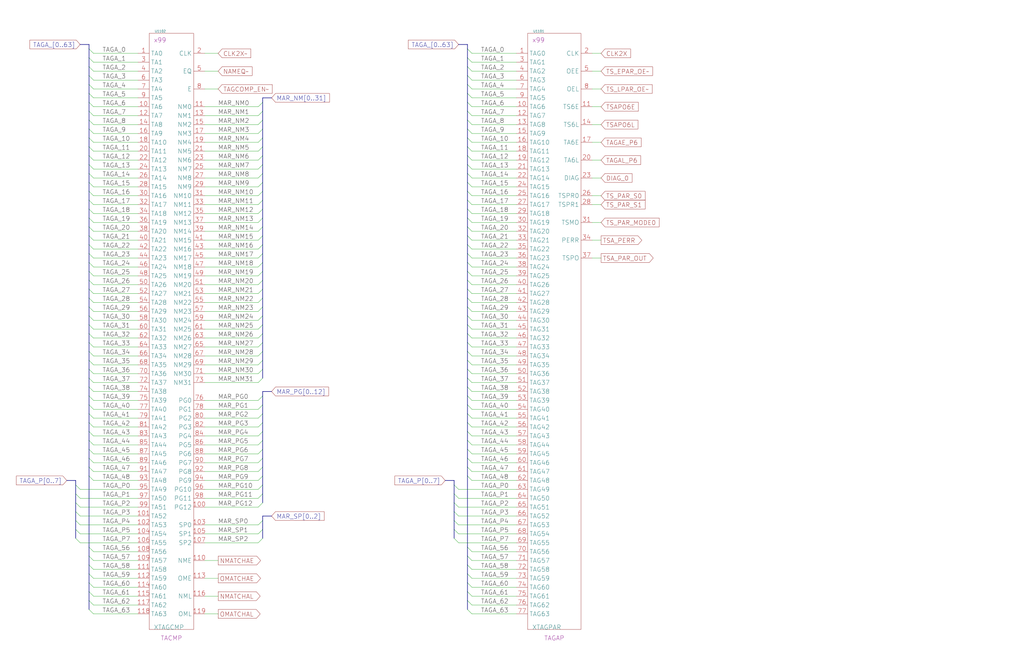
<source format=kicad_sch>
(kicad_sch (version 20230121) (generator eeschema)
  (paper "User" 584.2 378.46)
  (title_block (title "TAGACOMP\\nPARITY") (date "08-MAR-90") (rev "0.0") (comment 1 "MEM32 BOARD") (comment 2 "232-003066") (comment 3 "S400") (comment 4 "RELEASED"))
  (bus_entry (at 149.86 170.18) (size -2.54 2.54))
  (bus_entry (at 266.7 129.54) (size 2.54 2.54))
  (bus_entry (at 259.08 302.26) (size 2.54 2.54))
  (bus_entry (at 266.7 332.74) (size 2.54 2.54))
  (bus_entry (at 266.7 205.74) (size 2.54 2.54))
  (bus_entry (at 266.7 88.9) (size 2.54 2.54))
  (bus_entry (at 149.86 119.38) (size -2.54 2.54))
  (bus_entry (at 149.86 78.74) (size -2.54 2.54))
  (bus_entry (at 149.86 297.18) (size -2.54 2.54))
  (bus_entry (at 266.7 43.18) (size 2.54 2.54))
  (bus_entry (at 43.18 281.94) (size 2.54 2.54))
  (bus_entry (at 266.7 200.66) (size 2.54 2.54))
  (bus_entry (at 266.7 114.3) (size 2.54 2.54))
  (bus_entry (at 149.86 251.46) (size -2.54 2.54))
  (bus_entry (at 149.86 215.9) (size -2.54 2.54))
  (bus_entry (at 50.8 149.86) (size 2.54 2.54))
  (bus_entry (at 50.8 134.62) (size 2.54 2.54))
  (bus_entry (at 50.8 27.94) (size 2.54 2.54))
  (bus_entry (at 149.86 281.94) (size -2.54 2.54))
  (bus_entry (at 259.08 307.34) (size 2.54 2.54))
  (bus_entry (at 266.7 271.78) (size 2.54 2.54))
  (bus_entry (at 149.86 58.42) (size -2.54 2.54))
  (bus_entry (at 266.7 48.26) (size 2.54 2.54))
  (bus_entry (at 149.86 134.62) (size -2.54 2.54))
  (bus_entry (at 266.7 165.1) (size 2.54 2.54))
  (bus_entry (at 149.86 241.3) (size -2.54 2.54))
  (bus_entry (at 149.86 83.82) (size -2.54 2.54))
  (bus_entry (at 50.8 43.18) (size 2.54 2.54))
  (bus_entry (at 149.86 165.1) (size -2.54 2.54))
  (bus_entry (at 50.8 53.34) (size 2.54 2.54))
  (bus_entry (at 50.8 261.62) (size 2.54 2.54))
  (bus_entry (at 50.8 317.5) (size 2.54 2.54))
  (bus_entry (at 50.8 312.42) (size 2.54 2.54))
  (bus_entry (at 266.7 38.1) (size 2.54 2.54))
  (bus_entry (at 50.8 200.66) (size 2.54 2.54))
  (bus_entry (at 149.86 68.58) (size -2.54 2.54))
  (bus_entry (at 149.86 99.06) (size -2.54 2.54))
  (bus_entry (at 149.86 154.94) (size -2.54 2.54))
  (bus_entry (at 266.7 342.9) (size 2.54 2.54))
  (bus_entry (at 266.7 119.38) (size 2.54 2.54))
  (bus_entry (at 50.8 83.82) (size 2.54 2.54))
  (bus_entry (at 149.86 88.9) (size -2.54 2.54))
  (bus_entry (at 50.8 185.42) (size 2.54 2.54))
  (bus_entry (at 50.8 322.58) (size 2.54 2.54))
  (bus_entry (at 266.7 261.62) (size 2.54 2.54))
  (bus_entry (at 50.8 165.1) (size 2.54 2.54))
  (bus_entry (at 266.7 256.54) (size 2.54 2.54))
  (bus_entry (at 50.8 180.34) (size 2.54 2.54))
  (bus_entry (at 50.8 215.9) (size 2.54 2.54))
  (bus_entry (at 266.7 180.34) (size 2.54 2.54))
  (bus_entry (at 43.18 287.02) (size 2.54 2.54))
  (bus_entry (at 149.86 73.66) (size -2.54 2.54))
  (bus_entry (at 266.7 73.66) (size 2.54 2.54))
  (bus_entry (at 149.86 205.74) (size -2.54 2.54))
  (bus_entry (at 266.7 149.86) (size 2.54 2.54))
  (bus_entry (at 50.8 246.38) (size 2.54 2.54))
  (bus_entry (at 266.7 175.26) (size 2.54 2.54))
  (bus_entry (at 50.8 205.74) (size 2.54 2.54))
  (bus_entry (at 50.8 154.94) (size 2.54 2.54))
  (bus_entry (at 50.8 88.9) (size 2.54 2.54))
  (bus_entry (at 50.8 38.1) (size 2.54 2.54))
  (bus_entry (at 266.7 27.94) (size 2.54 2.54))
  (bus_entry (at 149.86 231.14) (size -2.54 2.54))
  (bus_entry (at 149.86 104.14) (size -2.54 2.54))
  (bus_entry (at 149.86 180.34) (size -2.54 2.54))
  (bus_entry (at 149.86 124.46) (size -2.54 2.54))
  (bus_entry (at 50.8 256.54) (size 2.54 2.54))
  (bus_entry (at 149.86 271.78) (size -2.54 2.54))
  (bus_entry (at 266.7 226.06) (size 2.54 2.54))
  (bus_entry (at 266.7 215.9) (size 2.54 2.54))
  (bus_entry (at 149.86 109.22) (size -2.54 2.54))
  (bus_entry (at 266.7 220.98) (size 2.54 2.54))
  (bus_entry (at 266.7 312.42) (size 2.54 2.54))
  (bus_entry (at 50.8 73.66) (size 2.54 2.54))
  (bus_entry (at 50.8 226.06) (size 2.54 2.54))
  (bus_entry (at 259.08 292.1) (size 2.54 2.54))
  (bus_entry (at 149.86 190.5) (size -2.54 2.54))
  (bus_entry (at 149.86 226.06) (size -2.54 2.54))
  (bus_entry (at 149.86 144.78) (size -2.54 2.54))
  (bus_entry (at 266.7 246.38) (size 2.54 2.54))
  (bus_entry (at 50.8 114.3) (size 2.54 2.54))
  (bus_entry (at 149.86 114.3) (size -2.54 2.54))
  (bus_entry (at 50.8 220.98) (size 2.54 2.54))
  (bus_entry (at 266.7 63.5) (size 2.54 2.54))
  (bus_entry (at 50.8 33.02) (size 2.54 2.54))
  (bus_entry (at 43.18 307.34) (size 2.54 2.54))
  (bus_entry (at 50.8 170.18) (size 2.54 2.54))
  (bus_entry (at 149.86 287.02) (size -2.54 2.54))
  (bus_entry (at 149.86 266.7) (size -2.54 2.54))
  (bus_entry (at 266.7 78.74) (size 2.54 2.54))
  (bus_entry (at 50.8 347.98) (size 2.54 2.54))
  (bus_entry (at 50.8 160.02) (size 2.54 2.54))
  (bus_entry (at 149.86 93.98) (size -2.54 2.54))
  (bus_entry (at 50.8 63.5) (size 2.54 2.54))
  (bus_entry (at 266.7 99.06) (size 2.54 2.54))
  (bus_entry (at 266.7 190.5) (size 2.54 2.54))
  (bus_entry (at 149.86 129.54) (size -2.54 2.54))
  (bus_entry (at 50.8 58.42) (size 2.54 2.54))
  (bus_entry (at 50.8 119.38) (size 2.54 2.54))
  (bus_entry (at 266.7 210.82) (size 2.54 2.54))
  (bus_entry (at 266.7 83.82) (size 2.54 2.54))
  (bus_entry (at 149.86 160.02) (size -2.54 2.54))
  (bus_entry (at 43.18 292.1) (size 2.54 2.54))
  (bus_entry (at 149.86 261.62) (size -2.54 2.54))
  (bus_entry (at 50.8 139.7) (size 2.54 2.54))
  (bus_entry (at 50.8 342.9) (size 2.54 2.54))
  (bus_entry (at 259.08 276.86) (size 2.54 2.54))
  (bus_entry (at 50.8 175.26) (size 2.54 2.54))
  (bus_entry (at 149.86 236.22) (size -2.54 2.54))
  (bus_entry (at 50.8 99.06) (size 2.54 2.54))
  (bus_entry (at 266.7 134.62) (size 2.54 2.54))
  (bus_entry (at 266.7 251.46) (size 2.54 2.54))
  (bus_entry (at 266.7 322.58) (size 2.54 2.54))
  (bus_entry (at 266.7 266.7) (size 2.54 2.54))
  (bus_entry (at 266.7 185.42) (size 2.54 2.54))
  (bus_entry (at 266.7 154.94) (size 2.54 2.54))
  (bus_entry (at 50.8 68.58) (size 2.54 2.54))
  (bus_entry (at 149.86 63.5) (size -2.54 2.54))
  (bus_entry (at 266.7 93.98) (size 2.54 2.54))
  (bus_entry (at 266.7 170.18) (size 2.54 2.54))
  (bus_entry (at 149.86 307.34) (size -2.54 2.54))
  (bus_entry (at 50.8 251.46) (size 2.54 2.54))
  (bus_entry (at 50.8 109.22) (size 2.54 2.54))
  (bus_entry (at 50.8 124.46) (size 2.54 2.54))
  (bus_entry (at 266.7 104.14) (size 2.54 2.54))
  (bus_entry (at 259.08 297.18) (size 2.54 2.54))
  (bus_entry (at 149.86 302.26) (size -2.54 2.54))
  (bus_entry (at 259.08 281.94) (size 2.54 2.54))
  (bus_entry (at 266.7 144.78) (size 2.54 2.54))
  (bus_entry (at 266.7 241.3) (size 2.54 2.54))
  (bus_entry (at 50.8 271.78) (size 2.54 2.54))
  (bus_entry (at 266.7 327.66) (size 2.54 2.54))
  (bus_entry (at 149.86 195.58) (size -2.54 2.54))
  (bus_entry (at 149.86 200.66) (size -2.54 2.54))
  (bus_entry (at 266.7 317.5) (size 2.54 2.54))
  (bus_entry (at 50.8 48.26) (size 2.54 2.54))
  (bus_entry (at 50.8 210.82) (size 2.54 2.54))
  (bus_entry (at 43.18 302.26) (size 2.54 2.54))
  (bus_entry (at 266.7 337.82) (size 2.54 2.54))
  (bus_entry (at 149.86 256.54) (size -2.54 2.54))
  (bus_entry (at 50.8 104.14) (size 2.54 2.54))
  (bus_entry (at 266.7 195.58) (size 2.54 2.54))
  (bus_entry (at 50.8 78.74) (size 2.54 2.54))
  (bus_entry (at 50.8 241.3) (size 2.54 2.54))
  (bus_entry (at 149.86 276.86) (size -2.54 2.54))
  (bus_entry (at 149.86 246.38) (size -2.54 2.54))
  (bus_entry (at 43.18 276.86) (size 2.54 2.54))
  (bus_entry (at 266.7 124.46) (size 2.54 2.54))
  (bus_entry (at 50.8 327.66) (size 2.54 2.54))
  (bus_entry (at 266.7 347.98) (size 2.54 2.54))
  (bus_entry (at 259.08 287.02) (size 2.54 2.54))
  (bus_entry (at 50.8 266.7) (size 2.54 2.54))
  (bus_entry (at 149.86 149.86) (size -2.54 2.54))
  (bus_entry (at 43.18 297.18) (size 2.54 2.54))
  (bus_entry (at 266.7 236.22) (size 2.54 2.54))
  (bus_entry (at 50.8 93.98) (size 2.54 2.54))
  (bus_entry (at 50.8 190.5) (size 2.54 2.54))
  (bus_entry (at 50.8 144.78) (size 2.54 2.54))
  (bus_entry (at 266.7 58.42) (size 2.54 2.54))
  (bus_entry (at 266.7 231.14) (size 2.54 2.54))
  (bus_entry (at 149.86 185.42) (size -2.54 2.54))
  (bus_entry (at 266.7 33.02) (size 2.54 2.54))
  (bus_entry (at 50.8 337.82) (size 2.54 2.54))
  (bus_entry (at 266.7 109.22) (size 2.54 2.54))
  (bus_entry (at 149.86 139.7) (size -2.54 2.54))
  (bus_entry (at 50.8 195.58) (size 2.54 2.54))
  (bus_entry (at 50.8 129.54) (size 2.54 2.54))
  (bus_entry (at 266.7 160.02) (size 2.54 2.54))
  (bus_entry (at 50.8 332.74) (size 2.54 2.54))
  (bus_entry (at 266.7 139.7) (size 2.54 2.54))
  (bus_entry (at 149.86 210.82) (size -2.54 2.54))
  (bus_entry (at 149.86 175.26) (size -2.54 2.54))
  (bus_entry (at 50.8 231.14) (size 2.54 2.54))
  (bus_entry (at 266.7 53.34) (size 2.54 2.54))
  (bus_entry (at 50.8 236.22) (size 2.54 2.54))
  (bus_entry (at 266.7 68.58) (size 2.54 2.54))
  (bus (pts (xy 266.7 63.5) (xy 266.7 58.42)))
  (wire (pts (xy 261.62 304.8) (xy 294.64 304.8)))
  (wire (pts (xy 53.34 81.28) (xy 78.74 81.28)))
  (wire (pts (xy 53.34 45.72) (xy 78.74 45.72)))
  (wire (pts (xy 147.32 147.32) (xy 116.84 147.32)))
  (wire (pts (xy 53.34 162.56) (xy 78.74 162.56)))
  (bus (pts (xy 149.86 58.42) (xy 149.86 63.5)))
  (bus (pts (xy 50.8 43.18) (xy 50.8 38.1)))
  (wire (pts (xy 147.32 218.44) (xy 116.84 218.44)))
  (wire (pts (xy 147.32 162.56) (xy 116.84 162.56)))
  (bus (pts (xy 50.8 175.26) (xy 50.8 170.18)))
  (wire (pts (xy 53.34 274.32) (xy 78.74 274.32)))
  (wire (pts (xy 53.34 157.48) (xy 78.74 157.48)))
  (wire (pts (xy 53.34 137.16) (xy 78.74 137.16)))
  (bus (pts (xy 266.7 134.62) (xy 266.7 129.54)))
  (wire (pts (xy 53.34 60.96) (xy 78.74 60.96)))
  (bus (pts (xy 266.7 215.9) (xy 266.7 210.82)))
  (wire (pts (xy 269.24 121.92) (xy 294.64 121.92)))
  (bus (pts (xy 50.8 83.82) (xy 50.8 78.74)))
  (wire (pts (xy 147.32 127) (xy 116.84 127)))
  (wire (pts (xy 269.24 223.52) (xy 294.64 223.52)))
  (wire (pts (xy 269.24 71.12) (xy 294.64 71.12)))
  (bus (pts (xy 266.7 220.98) (xy 266.7 215.9)))
  (wire (pts (xy 53.34 177.8) (xy 78.74 177.8)))
  (bus (pts (xy 266.7 342.9) (xy 266.7 337.82)))
  (wire (pts (xy 147.32 132.08) (xy 116.84 132.08)))
  (bus (pts (xy 50.8 68.58) (xy 50.8 63.5)))
  (wire (pts (xy 337.82 50.8) (xy 342.9 50.8)))
  (bus (pts (xy 266.7 43.18) (xy 266.7 38.1)))
  (bus (pts (xy 149.86 99.06) (xy 149.86 104.14)))
  (wire (pts (xy 53.34 167.64) (xy 78.74 167.64)))
  (wire (pts (xy 147.32 71.12) (xy 116.84 71.12)))
  (wire (pts (xy 45.72 309.88) (xy 78.74 309.88)))
  (wire (pts (xy 269.24 330.2) (xy 294.64 330.2)))
  (wire (pts (xy 269.24 132.08) (xy 294.64 132.08)))
  (bus (pts (xy 266.7 261.62) (xy 266.7 256.54)))
  (wire (pts (xy 45.72 294.64) (xy 78.74 294.64)))
  (bus (pts (xy 149.86 241.3) (xy 149.86 246.38)))
  (wire (pts (xy 53.34 86.36) (xy 78.74 86.36)))
  (bus (pts (xy 50.8 322.58) (xy 50.8 317.5)))
  (bus (pts (xy 50.8 246.38) (xy 50.8 241.3)))
  (bus (pts (xy 266.7 231.14) (xy 266.7 226.06)))
  (bus (pts (xy 149.86 231.14) (xy 149.86 236.22)))
  (wire (pts (xy 45.72 304.8) (xy 78.74 304.8)))
  (bus (pts (xy 50.8 266.7) (xy 50.8 261.62)))
  (bus (pts (xy 154.94 55.88) (xy 149.86 55.88)))
  (wire (pts (xy 269.24 96.52) (xy 294.64 96.52)))
  (wire (pts (xy 116.84 340.36) (xy 124.46 340.36)))
  (wire (pts (xy 147.32 233.68) (xy 116.84 233.68)))
  (wire (pts (xy 53.34 330.2) (xy 78.74 330.2)))
  (bus (pts (xy 261.62 25.4) (xy 266.7 25.4)))
  (wire (pts (xy 53.34 259.08) (xy 78.74 259.08)))
  (wire (pts (xy 269.24 137.16) (xy 294.64 137.16)))
  (bus (pts (xy 149.86 302.26) (xy 149.86 307.34)))
  (wire (pts (xy 53.34 228.6) (xy 78.74 228.6)))
  (wire (pts (xy 269.24 218.44) (xy 294.64 218.44)))
  (wire (pts (xy 269.24 30.48) (xy 294.64 30.48)))
  (bus (pts (xy 266.7 165.1) (xy 266.7 160.02)))
  (wire (pts (xy 269.24 198.12) (xy 294.64 198.12)))
  (wire (pts (xy 147.32 96.52) (xy 116.84 96.52)))
  (bus (pts (xy 50.8 261.62) (xy 50.8 256.54)))
  (wire (pts (xy 337.82 111.76) (xy 342.9 111.76)))
  (wire (pts (xy 53.34 55.88) (xy 78.74 55.88)))
  (wire (pts (xy 337.82 127) (xy 342.9 127)))
  (wire (pts (xy 147.32 111.76) (xy 116.84 111.76)))
  (wire (pts (xy 147.32 177.8) (xy 116.84 177.8)))
  (wire (pts (xy 53.34 116.84) (xy 78.74 116.84)))
  (bus (pts (xy 50.8 88.9) (xy 50.8 83.82)))
  (bus (pts (xy 50.8 144.78) (xy 50.8 139.7)))
  (bus (pts (xy 266.7 312.42) (xy 266.7 271.78)))
  (wire (pts (xy 269.24 233.68) (xy 294.64 233.68)))
  (bus (pts (xy 266.7 347.98) (xy 266.7 342.9)))
  (wire (pts (xy 53.34 106.68) (xy 78.74 106.68)))
  (wire (pts (xy 269.24 345.44) (xy 294.64 345.44)))
  (wire (pts (xy 53.34 121.92) (xy 78.74 121.92)))
  (bus (pts (xy 149.86 119.38) (xy 149.86 124.46)))
  (wire (pts (xy 53.34 325.12) (xy 78.74 325.12)))
  (bus (pts (xy 50.8 93.98) (xy 50.8 88.9)))
  (bus (pts (xy 149.86 190.5) (xy 149.86 195.58)))
  (bus (pts (xy 50.8 220.98) (xy 50.8 215.9)))
  (bus (pts (xy 50.8 129.54) (xy 50.8 124.46)))
  (wire (pts (xy 53.34 203.2) (xy 78.74 203.2)))
  (wire (pts (xy 53.34 340.36) (xy 78.74 340.36)))
  (wire (pts (xy 269.24 264.16) (xy 294.64 264.16)))
  (wire (pts (xy 269.24 162.56) (xy 294.64 162.56)))
  (wire (pts (xy 116.84 40.64) (xy 124.46 40.64)))
  (bus (pts (xy 266.7 180.34) (xy 266.7 175.26)))
  (wire (pts (xy 147.32 137.16) (xy 116.84 137.16)))
  (wire (pts (xy 53.34 254) (xy 78.74 254)))
  (bus (pts (xy 266.7 109.22) (xy 266.7 104.14)))
  (wire (pts (xy 147.32 279.4) (xy 116.84 279.4)))
  (wire (pts (xy 53.34 96.52) (xy 78.74 96.52)))
  (wire (pts (xy 261.62 294.64) (xy 294.64 294.64)))
  (wire (pts (xy 269.24 101.6) (xy 294.64 101.6)))
  (wire (pts (xy 337.82 71.12) (xy 342.9 71.12)))
  (wire (pts (xy 269.24 66.04) (xy 294.64 66.04)))
  (wire (pts (xy 53.34 248.92) (xy 78.74 248.92)))
  (bus (pts (xy 149.86 195.58) (xy 149.86 200.66)))
  (bus (pts (xy 43.18 292.1) (xy 43.18 287.02)))
  (bus (pts (xy 149.86 93.98) (xy 149.86 99.06)))
  (wire (pts (xy 337.82 91.44) (xy 342.9 91.44)))
  (wire (pts (xy 53.34 66.04) (xy 78.74 66.04)))
  (wire (pts (xy 53.34 182.88) (xy 78.74 182.88)))
  (bus (pts (xy 149.86 294.64) (xy 149.86 297.18)))
  (bus (pts (xy 266.7 139.7) (xy 266.7 134.62)))
  (bus (pts (xy 266.7 251.46) (xy 266.7 246.38)))
  (wire (pts (xy 147.32 304.8) (xy 116.84 304.8)))
  (wire (pts (xy 337.82 116.84) (xy 342.9 116.84)))
  (wire (pts (xy 269.24 60.96) (xy 294.64 60.96)))
  (wire (pts (xy 116.84 30.48) (xy 124.46 30.48)))
  (bus (pts (xy 50.8 124.46) (xy 50.8 119.38)))
  (bus (pts (xy 50.8 114.3) (xy 50.8 109.22)))
  (bus (pts (xy 266.7 68.58) (xy 266.7 63.5)))
  (bus (pts (xy 50.8 271.78) (xy 50.8 266.7)))
  (wire (pts (xy 147.32 274.32) (xy 116.84 274.32)))
  (bus (pts (xy 149.86 170.18) (xy 149.86 175.26)))
  (wire (pts (xy 147.32 243.84) (xy 116.84 243.84)))
  (wire (pts (xy 53.34 152.4) (xy 78.74 152.4)))
  (bus (pts (xy 266.7 317.5) (xy 266.7 312.42)))
  (wire (pts (xy 53.34 142.24) (xy 78.74 142.24)))
  (wire (pts (xy 147.32 259.08) (xy 116.84 259.08)))
  (wire (pts (xy 269.24 86.36) (xy 294.64 86.36)))
  (wire (pts (xy 269.24 152.4) (xy 294.64 152.4)))
  (wire (pts (xy 269.24 147.32) (xy 294.64 147.32)))
  (bus (pts (xy 266.7 226.06) (xy 266.7 220.98)))
  (bus (pts (xy 149.86 226.06) (xy 149.86 231.14)))
  (wire (pts (xy 269.24 81.28) (xy 294.64 81.28)))
  (wire (pts (xy 53.34 345.44) (xy 78.74 345.44)))
  (wire (pts (xy 116.84 350.52) (xy 124.46 350.52)))
  (wire (pts (xy 53.34 218.44) (xy 78.74 218.44)))
  (wire (pts (xy 269.24 45.72) (xy 294.64 45.72)))
  (wire (pts (xy 53.34 223.52) (xy 78.74 223.52)))
  (wire (pts (xy 53.34 350.52) (xy 78.74 350.52)))
  (wire (pts (xy 53.34 233.68) (xy 78.74 233.68)))
  (bus (pts (xy 149.86 276.86) (xy 149.86 281.94)))
  (wire (pts (xy 269.24 254) (xy 294.64 254)))
  (wire (pts (xy 337.82 101.6) (xy 342.9 101.6)))
  (bus (pts (xy 149.86 281.94) (xy 149.86 287.02)))
  (bus (pts (xy 149.86 261.62) (xy 149.86 266.7)))
  (bus (pts (xy 266.7 337.82) (xy 266.7 332.74)))
  (bus (pts (xy 50.8 205.74) (xy 50.8 200.66)))
  (wire (pts (xy 147.32 228.6) (xy 116.84 228.6)))
  (bus (pts (xy 149.86 266.7) (xy 149.86 271.78)))
  (bus (pts (xy 266.7 114.3) (xy 266.7 109.22)))
  (bus (pts (xy 50.8 327.66) (xy 50.8 322.58)))
  (wire (pts (xy 147.32 309.88) (xy 116.84 309.88)))
  (bus (pts (xy 149.86 144.78) (xy 149.86 149.86)))
  (wire (pts (xy 269.24 325.12) (xy 294.64 325.12)))
  (bus (pts (xy 266.7 256.54) (xy 266.7 251.46)))
  (wire (pts (xy 269.24 320.04) (xy 294.64 320.04)))
  (bus (pts (xy 149.86 139.7) (xy 149.86 144.78)))
  (wire (pts (xy 53.34 208.28) (xy 78.74 208.28)))
  (bus (pts (xy 50.8 251.46) (xy 50.8 246.38)))
  (wire (pts (xy 147.32 248.92) (xy 116.84 248.92)))
  (wire (pts (xy 147.32 238.76) (xy 116.84 238.76)))
  (bus (pts (xy 50.8 200.66) (xy 50.8 195.58)))
  (bus (pts (xy 266.7 246.38) (xy 266.7 241.3)))
  (wire (pts (xy 269.24 50.8) (xy 294.64 50.8)))
  (wire (pts (xy 269.24 259.08) (xy 294.64 259.08)))
  (bus (pts (xy 149.86 236.22) (xy 149.86 241.3)))
  (wire (pts (xy 269.24 40.64) (xy 294.64 40.64)))
  (wire (pts (xy 269.24 116.84) (xy 294.64 116.84)))
  (bus (pts (xy 149.86 165.1) (xy 149.86 170.18)))
  (wire (pts (xy 147.32 106.68) (xy 116.84 106.68)))
  (wire (pts (xy 147.32 208.28) (xy 116.84 208.28)))
  (bus (pts (xy 50.8 73.66) (xy 50.8 68.58)))
  (bus (pts (xy 266.7 104.14) (xy 266.7 99.06)))
  (bus (pts (xy 266.7 88.9) (xy 266.7 83.82)))
  (bus (pts (xy 149.86 55.88) (xy 149.86 58.42)))
  (bus (pts (xy 266.7 119.38) (xy 266.7 114.3)))
  (wire (pts (xy 147.32 254) (xy 116.84 254)))
  (wire (pts (xy 261.62 299.72) (xy 294.64 299.72)))
  (wire (pts (xy 53.34 147.32) (xy 78.74 147.32)))
  (bus (pts (xy 149.86 88.9) (xy 149.86 93.98)))
  (bus (pts (xy 266.7 170.18) (xy 266.7 165.1)))
  (bus (pts (xy 50.8 241.3) (xy 50.8 236.22)))
  (bus (pts (xy 50.8 231.14) (xy 50.8 226.06)))
  (bus (pts (xy 266.7 160.02) (xy 266.7 154.94)))
  (bus (pts (xy 149.86 134.62) (xy 149.86 139.7)))
  (wire (pts (xy 147.32 264.16) (xy 116.84 264.16)))
  (wire (pts (xy 53.34 320.04) (xy 78.74 320.04)))
  (wire (pts (xy 53.34 172.72) (xy 78.74 172.72)))
  (wire (pts (xy 53.34 193.04) (xy 78.74 193.04)))
  (wire (pts (xy 53.34 127) (xy 78.74 127)))
  (bus (pts (xy 149.86 104.14) (xy 149.86 109.22)))
  (bus (pts (xy 50.8 347.98) (xy 50.8 342.9)))
  (wire (pts (xy 147.32 172.72) (xy 116.84 172.72)))
  (bus (pts (xy 50.8 99.06) (xy 50.8 93.98)))
  (bus (pts (xy 50.8 78.74) (xy 50.8 73.66)))
  (wire (pts (xy 116.84 50.8) (xy 124.46 50.8)))
  (bus (pts (xy 149.86 210.82) (xy 149.86 215.9)))
  (bus (pts (xy 50.8 139.7) (xy 50.8 134.62)))
  (wire (pts (xy 269.24 187.96) (xy 294.64 187.96)))
  (bus (pts (xy 149.86 223.52) (xy 149.86 226.06)))
  (bus (pts (xy 149.86 185.42) (xy 149.86 190.5)))
  (bus (pts (xy 50.8 312.42) (xy 50.8 271.78)))
  (bus (pts (xy 50.8 256.54) (xy 50.8 251.46)))
  (bus (pts (xy 149.86 73.66) (xy 149.86 78.74)))
  (wire (pts (xy 261.62 309.88) (xy 294.64 309.88)))
  (wire (pts (xy 269.24 157.48) (xy 294.64 157.48)))
  (wire (pts (xy 147.32 91.44) (xy 116.84 91.44)))
  (bus (pts (xy 266.7 149.86) (xy 266.7 144.78)))
  (bus (pts (xy 266.7 195.58) (xy 266.7 190.5)))
  (bus (pts (xy 266.7 25.4) (xy 266.7 27.94)))
  (wire (pts (xy 116.84 320.04) (xy 124.46 320.04)))
  (wire (pts (xy 147.32 203.2) (xy 116.84 203.2)))
  (bus (pts (xy 266.7 73.66) (xy 266.7 68.58)))
  (bus (pts (xy 266.7 205.74) (xy 266.7 200.66)))
  (wire (pts (xy 53.34 269.24) (xy 78.74 269.24)))
  (wire (pts (xy 147.32 284.48) (xy 116.84 284.48)))
  (wire (pts (xy 147.32 66.04) (xy 116.84 66.04)))
  (wire (pts (xy 147.32 213.36) (xy 116.84 213.36)))
  (wire (pts (xy 269.24 172.72) (xy 294.64 172.72)))
  (wire (pts (xy 147.32 142.24) (xy 116.84 142.24)))
  (bus (pts (xy 149.86 256.54) (xy 149.86 261.62)))
  (bus (pts (xy 43.18 307.34) (xy 43.18 302.26)))
  (bus (pts (xy 266.7 322.58) (xy 266.7 317.5)))
  (wire (pts (xy 261.62 289.56) (xy 294.64 289.56)))
  (bus (pts (xy 266.7 236.22) (xy 266.7 231.14)))
  (bus (pts (xy 50.8 154.94) (xy 50.8 149.86)))
  (wire (pts (xy 261.62 279.4) (xy 294.64 279.4)))
  (bus (pts (xy 149.86 180.34) (xy 149.86 185.42)))
  (bus (pts (xy 43.18 281.94) (xy 43.18 276.86)))
  (bus (pts (xy 266.7 271.78) (xy 266.7 266.7)))
  (bus (pts (xy 266.7 266.7) (xy 266.7 261.62)))
  (bus (pts (xy 149.86 271.78) (xy 149.86 276.86)))
  (bus (pts (xy 149.86 114.3) (xy 149.86 119.38)))
  (bus (pts (xy 50.8 170.18) (xy 50.8 165.1)))
  (bus (pts (xy 266.7 190.5) (xy 266.7 185.42)))
  (wire (pts (xy 337.82 40.64) (xy 342.9 40.64)))
  (bus (pts (xy 149.86 251.46) (xy 149.86 256.54)))
  (wire (pts (xy 147.32 76.2) (xy 116.84 76.2)))
  (wire (pts (xy 53.34 132.08) (xy 78.74 132.08)))
  (bus (pts (xy 266.7 327.66) (xy 266.7 322.58)))
  (bus (pts (xy 50.8 210.82) (xy 50.8 205.74)))
  (bus (pts (xy 149.86 124.46) (xy 149.86 129.54)))
  (bus (pts (xy 50.8 134.62) (xy 50.8 129.54)))
  (bus (pts (xy 266.7 38.1) (xy 266.7 33.02)))
  (wire (pts (xy 147.32 289.56) (xy 116.84 289.56)))
  (wire (pts (xy 147.32 187.96) (xy 116.84 187.96)))
  (wire (pts (xy 269.24 91.44) (xy 294.64 91.44)))
  (bus (pts (xy 266.7 154.94) (xy 266.7 149.86)))
  (wire (pts (xy 53.34 50.8) (xy 78.74 50.8)))
  (bus (pts (xy 149.86 78.74) (xy 149.86 83.82)))
  (bus (pts (xy 149.86 175.26) (xy 149.86 180.34)))
  (bus (pts (xy 50.8 332.74) (xy 50.8 327.66)))
  (bus (pts (xy 266.7 33.02) (xy 266.7 27.94)))
  (bus (pts (xy 266.7 200.66) (xy 266.7 195.58)))
  (bus (pts (xy 266.7 210.82) (xy 266.7 205.74)))
  (wire (pts (xy 53.34 243.84) (xy 78.74 243.84)))
  (bus (pts (xy 266.7 129.54) (xy 266.7 124.46)))
  (bus (pts (xy 149.86 109.22) (xy 149.86 114.3)))
  (wire (pts (xy 53.34 111.76) (xy 78.74 111.76)))
  (wire (pts (xy 269.24 350.52) (xy 294.64 350.52)))
  (bus (pts (xy 50.8 33.02) (xy 50.8 27.94)))
  (wire (pts (xy 53.34 35.56) (xy 78.74 35.56)))
  (wire (pts (xy 337.82 81.28) (xy 342.9 81.28)))
  (wire (pts (xy 269.24 269.24) (xy 294.64 269.24)))
  (bus (pts (xy 50.8 226.06) (xy 50.8 220.98)))
  (bus (pts (xy 50.8 317.5) (xy 50.8 312.42)))
  (wire (pts (xy 269.24 35.56) (xy 294.64 35.56)))
  (bus (pts (xy 43.18 302.26) (xy 43.18 297.18)))
  (bus (pts (xy 149.86 223.52) (xy 154.94 223.52)))
  (wire (pts (xy 269.24 274.32) (xy 294.64 274.32)))
  (bus (pts (xy 266.7 53.34) (xy 266.7 48.26)))
  (wire (pts (xy 147.32 86.36) (xy 116.84 86.36)))
  (wire (pts (xy 269.24 228.6) (xy 294.64 228.6)))
  (bus (pts (xy 149.86 63.5) (xy 149.86 68.58)))
  (bus (pts (xy 149.86 83.82) (xy 149.86 88.9)))
  (bus (pts (xy 259.08 281.94) (xy 259.08 276.86)))
  (bus (pts (xy 259.08 276.86) (xy 259.08 274.32)))
  (bus (pts (xy 50.8 149.86) (xy 50.8 144.78)))
  (wire (pts (xy 147.32 60.96) (xy 116.84 60.96)))
  (bus (pts (xy 50.8 180.34) (xy 50.8 175.26)))
  (bus (pts (xy 259.08 297.18) (xy 259.08 292.1)))
  (wire (pts (xy 53.34 76.2) (xy 78.74 76.2)))
  (bus (pts (xy 149.86 200.66) (xy 149.86 205.74)))
  (wire (pts (xy 269.24 193.04) (xy 294.64 193.04)))
  (wire (pts (xy 147.32 167.64) (xy 116.84 167.64)))
  (bus (pts (xy 149.86 149.86) (xy 149.86 154.94)))
  (wire (pts (xy 53.34 264.16) (xy 78.74 264.16)))
  (bus (pts (xy 266.7 93.98) (xy 266.7 88.9)))
  (wire (pts (xy 53.34 101.6) (xy 78.74 101.6)))
  (bus (pts (xy 259.08 287.02) (xy 259.08 281.94)))
  (wire (pts (xy 45.72 279.4) (xy 78.74 279.4)))
  (wire (pts (xy 147.32 182.88) (xy 116.84 182.88)))
  (wire (pts (xy 53.34 335.28) (xy 78.74 335.28)))
  (wire (pts (xy 53.34 187.96) (xy 78.74 187.96)))
  (wire (pts (xy 269.24 106.68) (xy 294.64 106.68)))
  (bus (pts (xy 266.7 175.26) (xy 266.7 170.18)))
  (wire (pts (xy 269.24 142.24) (xy 294.64 142.24)))
  (wire (pts (xy 269.24 213.36) (xy 294.64 213.36)))
  (bus (pts (xy 149.86 68.58) (xy 149.86 73.66)))
  (bus (pts (xy 149.86 246.38) (xy 149.86 251.46)))
  (wire (pts (xy 53.34 91.44) (xy 78.74 91.44)))
  (bus (pts (xy 43.18 274.32) (xy 38.1 274.32)))
  (wire (pts (xy 147.32 101.6) (xy 116.84 101.6)))
  (wire (pts (xy 147.32 299.72) (xy 116.84 299.72)))
  (wire (pts (xy 53.34 238.76) (xy 78.74 238.76)))
  (bus (pts (xy 50.8 25.4) (xy 50.8 27.94)))
  (bus (pts (xy 50.8 165.1) (xy 50.8 160.02)))
  (bus (pts (xy 259.08 307.34) (xy 259.08 302.26)))
  (bus (pts (xy 50.8 337.82) (xy 50.8 332.74)))
  (wire (pts (xy 269.24 243.84) (xy 294.64 243.84)))
  (bus (pts (xy 50.8 236.22) (xy 50.8 231.14)))
  (wire (pts (xy 269.24 314.96) (xy 294.64 314.96)))
  (wire (pts (xy 116.84 330.2) (xy 124.46 330.2)))
  (wire (pts (xy 269.24 238.76) (xy 294.64 238.76)))
  (wire (pts (xy 147.32 198.12) (xy 116.84 198.12)))
  (wire (pts (xy 147.32 152.4) (xy 116.84 152.4)))
  (bus (pts (xy 50.8 342.9) (xy 50.8 337.82)))
  (bus (pts (xy 50.8 119.38) (xy 50.8 114.3)))
  (wire (pts (xy 337.82 30.48) (xy 342.9 30.48)))
  (bus (pts (xy 259.08 302.26) (xy 259.08 297.18)))
  (wire (pts (xy 53.34 40.64) (xy 78.74 40.64)))
  (wire (pts (xy 53.34 213.36) (xy 78.74 213.36)))
  (wire (pts (xy 269.24 335.28) (xy 294.64 335.28)))
  (bus (pts (xy 50.8 185.42) (xy 50.8 180.34)))
  (bus (pts (xy 266.7 144.78) (xy 266.7 139.7)))
  (bus (pts (xy 50.8 63.5) (xy 50.8 58.42)))
  (bus (pts (xy 43.18 297.18) (xy 43.18 292.1)))
  (bus (pts (xy 50.8 215.9) (xy 50.8 210.82)))
  (bus (pts (xy 266.7 48.26) (xy 266.7 43.18)))
  (wire (pts (xy 147.32 157.48) (xy 116.84 157.48)))
  (bus (pts (xy 259.08 274.32) (xy 254 274.32)))
  (wire (pts (xy 269.24 203.2) (xy 294.64 203.2)))
  (bus (pts (xy 43.18 287.02) (xy 43.18 281.94)))
  (bus (pts (xy 50.8 38.1) (xy 50.8 33.02)))
  (bus (pts (xy 45.72 25.4) (xy 50.8 25.4)))
  (wire (pts (xy 147.32 193.04) (xy 116.84 193.04)))
  (bus (pts (xy 149.86 154.94) (xy 149.86 160.02)))
  (bus (pts (xy 50.8 48.26) (xy 50.8 43.18)))
  (bus (pts (xy 50.8 190.5) (xy 50.8 185.42)))
  (wire (pts (xy 147.32 121.92) (xy 116.84 121.92)))
  (wire (pts (xy 337.82 137.16) (xy 342.9 137.16)))
  (wire (pts (xy 45.72 284.48) (xy 78.74 284.48)))
  (wire (pts (xy 53.34 30.48) (xy 78.74 30.48)))
  (wire (pts (xy 269.24 167.64) (xy 294.64 167.64)))
  (bus (pts (xy 266.7 332.74) (xy 266.7 327.66)))
  (wire (pts (xy 269.24 177.8) (xy 294.64 177.8)))
  (wire (pts (xy 269.24 248.92) (xy 294.64 248.92)))
  (bus (pts (xy 266.7 185.42) (xy 266.7 180.34)))
  (wire (pts (xy 261.62 284.48) (xy 294.64 284.48)))
  (bus (pts (xy 50.8 160.02) (xy 50.8 154.94)))
  (bus (pts (xy 266.7 99.06) (xy 266.7 93.98)))
  (bus (pts (xy 266.7 83.82) (xy 266.7 78.74)))
  (wire (pts (xy 147.32 269.24) (xy 116.84 269.24)))
  (wire (pts (xy 269.24 76.2) (xy 294.64 76.2)))
  (bus (pts (xy 149.86 205.74) (xy 149.86 210.82)))
  (bus (pts (xy 50.8 109.22) (xy 50.8 104.14)))
  (wire (pts (xy 269.24 55.88) (xy 294.64 55.88)))
  (bus (pts (xy 149.86 297.18) (xy 149.86 302.26)))
  (wire (pts (xy 269.24 208.28) (xy 294.64 208.28)))
  (wire (pts (xy 269.24 340.36) (xy 294.64 340.36)))
  (wire (pts (xy 53.34 198.12) (xy 78.74 198.12)))
  (bus (pts (xy 50.8 53.34) (xy 50.8 48.26)))
  (bus (pts (xy 266.7 58.42) (xy 266.7 53.34)))
  (bus (pts (xy 259.08 292.1) (xy 259.08 287.02)))
  (wire (pts (xy 53.34 314.96) (xy 78.74 314.96)))
  (bus (pts (xy 50.8 104.14) (xy 50.8 99.06)))
  (bus (pts (xy 266.7 78.74) (xy 266.7 73.66)))
  (wire (pts (xy 147.32 116.84) (xy 116.84 116.84)))
  (wire (pts (xy 147.32 81.28) (xy 116.84 81.28)))
  (wire (pts (xy 45.72 299.72) (xy 78.74 299.72)))
  (bus (pts (xy 149.86 160.02) (xy 149.86 165.1)))
  (wire (pts (xy 269.24 182.88) (xy 294.64 182.88)))
  (bus (pts (xy 43.18 276.86) (xy 43.18 274.32)))
  (bus (pts (xy 50.8 195.58) (xy 50.8 190.5)))
  (wire (pts (xy 337.82 147.32) (xy 342.9 147.32)))
  (bus (pts (xy 154.94 294.64) (xy 149.86 294.64)))
  (bus (pts (xy 149.86 129.54) (xy 149.86 134.62)))
  (bus (pts (xy 266.7 124.46) (xy 266.7 119.38)))
  (wire (pts (xy 269.24 127) (xy 294.64 127)))
  (wire (pts (xy 53.34 71.12) (xy 78.74 71.12)))
  (wire (pts (xy 269.24 111.76) (xy 294.64 111.76)))
  (bus (pts (xy 50.8 58.42) (xy 50.8 53.34)))
  (bus (pts (xy 266.7 241.3) (xy 266.7 236.22)))
  (wire (pts (xy 337.82 60.96) (xy 342.9 60.96)))
  (wire (pts (xy 45.72 289.56) (xy 78.74 289.56)))
  (label "MAR_NM27" (at 124.46 198.12 0) (effects (font (size 2.54 2.54))))
  (label "MAR_NM14" (at 124.46 132.08 0) (effects (font (size 2.54 2.54))))
  (label "TAGA_20" (at 274.32 132.08 0) (effects (font (size 2.54 2.54))))
  (label "MAR_NM23" (at 124.46 177.8 0) (effects (font (size 2.54 2.54))))
  (label "TAGA_24" (at 58.42 152.4 0) (effects (font (size 2.54 2.54))))
  (label "TAGA_2" (at 58.42 40.64 0) (effects (font (size 2.54 2.54))))
  (label "MAR_PG8" (at 124.46 269.24 0) (effects (font (size 2.54 2.54))))
  (label "TAGA_P7" (at 274.32 309.88 0) (effects (font (size 2.54 2.54))))
  (label "TAGA_P7" (at 58.42 309.88 0) (effects (font (size 2.54 2.54))))
  (label "MAR_NM13" (at 124.46 127 0) (effects (font (size 2.54 2.54))))
  (label "MAR_NM24" (at 124.46 182.88 0) (effects (font (size 2.54 2.54))))
  (label "MAR_NM5" (at 124.46 86.36 0) (effects (font (size 2.54 2.54))))
  (label "MAR_PG12" (at 124.46 289.56 0) (effects (font (size 2.54 2.54))))
  (label "MAR_NM11" (at 124.46 116.84 0) (effects (font (size 2.54 2.54))))
  (label "TAGA_15" (at 274.32 106.68 0) (effects (font (size 2.54 2.54))))
  (label "MAR_NM21" (at 124.46 167.64 0) (effects (font (size 2.54 2.54))))
  (label "TAGA_5" (at 58.42 55.88 0) (effects (font (size 2.54 2.54))))
  (label "TAGA_12" (at 274.32 91.44 0) (effects (font (size 2.54 2.54))))
  (label "TAGA_7" (at 58.42 66.04 0) (effects (font (size 2.54 2.54))))
  (label "TAGA_19" (at 274.32 127 0) (effects (font (size 2.54 2.54))))
  (label "TAGA_18" (at 274.32 121.92 0) (effects (font (size 2.54 2.54))))
  (label "TAGA_30" (at 274.32 182.88 0) (effects (font (size 2.54 2.54))))
  (label "TAGA_61" (at 58.42 340.36 0) (effects (font (size 2.54 2.54))))
  (label "TAGA_60" (at 58.42 335.28 0) (effects (font (size 2.54 2.54))))
  (label "TAGA_16" (at 58.42 111.76 0) (effects (font (size 2.54 2.54))))
  (label "TAGA_46" (at 274.32 264.16 0) (effects (font (size 2.54 2.54))))
  (label "TAGA_36" (at 274.32 213.36 0) (effects (font (size 2.54 2.54))))
  (label "TAGA_9" (at 58.42 76.2 0) (effects (font (size 2.54 2.54))))
  (label "MAR_NM2" (at 124.46 71.12 0) (effects (font (size 2.54 2.54))))
  (label "TAGA_15" (at 58.42 106.68 0) (effects (font (size 2.54 2.54))))
  (label "MAR_NM20" (at 124.46 162.56 0) (effects (font (size 2.54 2.54))))
  (label "MAR_PG1" (at 124.46 233.68 0) (effects (font (size 2.54 2.54))))
  (label "MAR_NM29" (at 124.46 208.28 0) (effects (font (size 2.54 2.54))))
  (label "MAR_PG6" (at 124.46 259.08 0) (effects (font (size 2.54 2.54))))
  (label "TAGA_38" (at 274.32 223.52 0) (effects (font (size 2.54 2.54))))
  (label "TAGA_27" (at 58.42 167.64 0) (effects (font (size 2.54 2.54))))
  (label "TAGA_8" (at 58.42 71.12 0) (effects (font (size 2.54 2.54))))
  (label "TAGA_25" (at 58.42 157.48 0) (effects (font (size 2.54 2.54))))
  (label "MAR_PG5" (at 124.46 254 0) (effects (font (size 2.54 2.54))))
  (label "MAR_PG9" (at 124.46 274.32 0) (effects (font (size 2.54 2.54))))
  (label "TAGA_13" (at 274.32 96.52 0) (effects (font (size 2.54 2.54))))
  (label "TAGA_18" (at 58.42 121.92 0) (effects (font (size 2.54 2.54))))
  (label "TAGA_P5" (at 58.42 304.8 0) (effects (font (size 2.54 2.54))))
  (label "TAGA_25" (at 274.32 157.48 0) (effects (font (size 2.54 2.54))))
  (label "TAGA_21" (at 274.32 137.16 0) (effects (font (size 2.54 2.54))))
  (label "TAGA_26" (at 274.32 162.56 0) (effects (font (size 2.54 2.54))))
  (label "TAGA_0" (at 274.32 30.48 0) (effects (font (size 2.54 2.54))))
  (label "TAGA_23" (at 58.42 147.32 0) (effects (font (size 2.54 2.54))))
  (label "TAGA_31" (at 58.42 187.96 0) (effects (font (size 2.54 2.54))))
  (label "TAGA_63" (at 274.32 350.52 0) (effects (font (size 2.54 2.54))))
  (label "TAGA_40" (at 58.42 233.68 0) (effects (font (size 2.54 2.54))))
  (label "TAGA_8" (at 274.32 71.12 0) (effects (font (size 2.54 2.54))))
  (label "TAGA_34" (at 274.32 203.2 0) (effects (font (size 2.54 2.54))))
  (label "MAR_NM30" (at 124.46 213.36 0) (effects (font (size 2.54 2.54))))
  (label "TAGA_P3" (at 274.32 294.64 0) (effects (font (size 2.54 2.54))))
  (label "TAGA_1" (at 58.42 35.56 0) (effects (font (size 2.54 2.54))))
  (label "TAGA_29" (at 274.32 177.8 0) (effects (font (size 2.54 2.54))))
  (label "MAR_NM16" (at 124.46 142.24 0) (effects (font (size 2.54 2.54))))
  (label "MAR_NM3" (at 124.46 76.2 0) (effects (font (size 2.54 2.54))))
  (label "TAGA_9" (at 274.32 76.2 0) (effects (font (size 2.54 2.54))))
  (label "TAGA_59" (at 274.32 330.2 0) (effects (font (size 2.54 2.54))))
  (label "MAR_NM1" (at 124.46 66.04 0) (effects (font (size 2.54 2.54))))
  (label "TAGA_2" (at 274.32 40.64 0) (effects (font (size 2.54 2.54))))
  (label "TAGA_40" (at 274.32 233.68 0) (effects (font (size 2.54 2.54))))
  (label "TAGA_63" (at 58.42 350.52 0) (effects (font (size 2.54 2.54))))
  (label "MAR_NM7" (at 124.46 96.52 0) (effects (font (size 2.54 2.54))))
  (label "TAGA_42" (at 58.42 243.84 0) (effects (font (size 2.54 2.54))))
  (label "TAGA_17" (at 274.32 116.84 0) (effects (font (size 2.54 2.54))))
  (label "MAR_NM12" (at 124.46 121.92 0) (effects (font (size 2.54 2.54))))
  (label "TAGA_39" (at 58.42 228.6 0) (effects (font (size 2.54 2.54))))
  (label "MAR_NM0" (at 124.46 60.96 0) (effects (font (size 2.54 2.54))))
  (label "TAGA_45" (at 274.32 259.08 0) (effects (font (size 2.54 2.54))))
  (label "TAGA_47" (at 274.32 269.24 0) (effects (font (size 2.54 2.54))))
  (label "MAR_PG7" (at 124.46 264.16 0) (effects (font (size 2.54 2.54))))
  (label "TAGA_33" (at 274.32 198.12 0) (effects (font (size 2.54 2.54))))
  (label "TAGA_10" (at 274.32 81.28 0) (effects (font (size 2.54 2.54))))
  (label "TAGA_11" (at 274.32 86.36 0) (effects (font (size 2.54 2.54))))
  (label "MAR_PG10" (at 124.46 279.4 0) (effects (font (size 2.54 2.54))))
  (label "TAGA_0" (at 58.42 30.48 0) (effects (font (size 2.54 2.54))))
  (label "TAGA_P0" (at 58.42 279.4 0) (effects (font (size 2.54 2.54))))
  (label "TAGA_21" (at 58.42 137.16 0) (effects (font (size 2.54 2.54))))
  (label "TAGA_57" (at 58.42 320.04 0) (effects (font (size 2.54 2.54))))
  (label "TAGA_P1" (at 58.42 284.48 0) (effects (font (size 2.54 2.54))))
  (label "MAR_PG4" (at 124.46 248.92 0) (effects (font (size 2.54 2.54))))
  (label "MAR_NM19" (at 124.46 157.48 0) (effects (font (size 2.54 2.54))))
  (label "TAGA_41" (at 58.42 238.76 0) (effects (font (size 2.54 2.54))))
  (label "TAGA_26" (at 58.42 162.56 0) (effects (font (size 2.54 2.54))))
  (label "MAR_NM8" (at 124.46 101.6 0) (effects (font (size 2.54 2.54))))
  (label "TAGA_6" (at 58.42 60.96 0) (effects (font (size 2.54 2.54))))
  (label "TAGA_57" (at 274.32 320.04 0) (effects (font (size 2.54 2.54))))
  (label "TAGA_34" (at 58.42 203.2 0) (effects (font (size 2.54 2.54))))
  (label "TAGA_22" (at 274.32 142.24 0) (effects (font (size 2.54 2.54))))
  (label "TAGA_32" (at 274.32 193.04 0) (effects (font (size 2.54 2.54))))
  (label "MAR_NM6" (at 124.46 91.44 0) (effects (font (size 2.54 2.54))))
  (label "TAGA_38" (at 58.42 223.52 0) (effects (font (size 2.54 2.54))))
  (label "TAGA_P4" (at 58.42 299.72 0) (effects (font (size 2.54 2.54))))
  (label "TAGA_42" (at 274.32 243.84 0) (effects (font (size 2.54 2.54))))
  (label "TAGA_3" (at 274.32 45.72 0) (effects (font (size 2.54 2.54))))
  (label "TAGA_28" (at 58.42 172.72 0) (effects (font (size 2.54 2.54))))
  (label "TAGA_19" (at 58.42 127 0) (effects (font (size 2.54 2.54))))
  (label "TAGA_6" (at 274.32 60.96 0) (effects (font (size 2.54 2.54))))
  (label "MAR_NM17" (at 124.46 147.32 0) (effects (font (size 2.54 2.54))))
  (label "TAGA_P5" (at 274.32 304.8 0) (effects (font (size 2.54 2.54))))
  (label "TAGA_58" (at 58.42 325.12 0) (effects (font (size 2.54 2.54))))
  (label "TAGA_13" (at 58.42 96.52 0) (effects (font (size 2.54 2.54))))
  (label "TAGA_48" (at 58.42 274.32 0) (effects (font (size 2.54 2.54))))
  (label "MAR_NM25" (at 124.46 187.96 0) (effects (font (size 2.54 2.54))))
  (label "MAR_NM26" (at 124.46 193.04 0) (effects (font (size 2.54 2.54))))
  (label "TAGA_30" (at 58.42 182.88 0) (effects (font (size 2.54 2.54))))
  (label "TAGA_46" (at 58.42 264.16 0) (effects (font (size 2.54 2.54))))
  (label "TAGA_43" (at 274.32 248.92 0) (effects (font (size 2.54 2.54))))
  (label "TAGA_31" (at 274.32 187.96 0) (effects (font (size 2.54 2.54))))
  (label "TAGA_4" (at 58.42 50.8 0) (effects (font (size 2.54 2.54))))
  (label "TAGA_17" (at 58.42 116.84 0) (effects (font (size 2.54 2.54))))
  (label "MAR_NM31" (at 124.46 218.44 0) (effects (font (size 2.54 2.54))))
  (label "TAGA_35" (at 274.32 208.28 0) (effects (font (size 2.54 2.54))))
  (label "TAGA_45" (at 58.42 259.08 0) (effects (font (size 2.54 2.54))))
  (label "MAR_SP2" (at 124.46 309.88 0) (effects (font (size 2.54 2.54))))
  (label "MAR_NM28" (at 124.46 203.2 0) (effects (font (size 2.54 2.54))))
  (label "TAGA_43" (at 58.42 248.92 0) (effects (font (size 2.54 2.54))))
  (label "TAGA_39" (at 274.32 228.6 0) (effects (font (size 2.54 2.54))))
  (label "TAGA_32" (at 58.42 193.04 0) (effects (font (size 2.54 2.54))))
  (label "TAGA_37" (at 274.32 218.44 0) (effects (font (size 2.54 2.54))))
  (label "TAGA_P3" (at 58.42 294.64 0) (effects (font (size 2.54 2.54))))
  (label "MAR_NM18" (at 124.46 152.4 0) (effects (font (size 2.54 2.54))))
  (label "TAGA_14" (at 274.32 101.6 0) (effects (font (size 2.54 2.54))))
  (label "TAGA_4" (at 274.32 50.8 0) (effects (font (size 2.54 2.54))))
  (label "TAGA_10" (at 58.42 81.28 0) (effects (font (size 2.54 2.54))))
  (label "TAGA_29" (at 58.42 177.8 0) (effects (font (size 2.54 2.54))))
  (label "TAGA_23" (at 274.32 147.32 0) (effects (font (size 2.54 2.54))))
  (label "TAGA_P1" (at 274.32 284.48 0) (effects (font (size 2.54 2.54))))
  (label "MAR_SP0" (at 124.46 299.72 0) (effects (font (size 2.54 2.54))))
  (label "TAGA_62" (at 58.42 345.44 0) (effects (font (size 2.54 2.54))))
  (label "TAGA_16" (at 274.32 111.76 0) (effects (font (size 2.54 2.54))))
  (label "MAR_PG3" (at 124.46 243.84 0) (effects (font (size 2.54 2.54))))
  (label "MAR_PG11" (at 124.46 284.48 0) (effects (font (size 2.54 2.54))))
  (label "TAGA_P4" (at 274.32 299.72 0) (effects (font (size 2.54 2.54))))
  (label "TAGA_27" (at 274.32 167.64 0) (effects (font (size 2.54 2.54))))
  (label "MAR_PG2" (at 124.46 238.76 0) (effects (font (size 2.54 2.54))))
  (label "TAGA_P2" (at 58.42 289.56 0) (effects (font (size 2.54 2.54))))
  (label "MAR_PG0" (at 124.46 228.6 0) (effects (font (size 2.54 2.54))))
  (label "TAGA_P2" (at 274.32 289.56 0) (effects (font (size 2.54 2.54))))
  (label "TAGA_61" (at 274.32 340.36 0) (effects (font (size 2.54 2.54))))
  (label "TAGA_11" (at 58.42 86.36 0) (effects (font (size 2.54 2.54))))
  (label "TAGA_36" (at 58.42 213.36 0) (effects (font (size 2.54 2.54))))
  (label "TAGA_59" (at 58.42 330.2 0) (effects (font (size 2.54 2.54))))
  (label "TAGA_35" (at 58.42 208.28 0) (effects (font (size 2.54 2.54))))
  (label "TAGA_44" (at 58.42 254 0) (effects (font (size 2.54 2.54))))
  (label "TAGA_24" (at 274.32 152.4 0) (effects (font (size 2.54 2.54))))
  (label "TAGA_28" (at 274.32 172.72 0) (effects (font (size 2.54 2.54))))
  (label "TAGA_56" (at 58.42 314.96 0) (effects (font (size 2.54 2.54))))
  (label "TAGA_56" (at 274.32 314.96 0) (effects (font (size 2.54 2.54))))
  (label "TAGA_12" (at 58.42 91.44 0) (effects (font (size 2.54 2.54))))
  (label "TAGA_37" (at 58.42 218.44 0) (effects (font (size 2.54 2.54))))
  (label "MAR_NM4" (at 124.46 81.28 0) (effects (font (size 2.54 2.54))))
  (label "TAGA_60" (at 274.32 335.28 0) (effects (font (size 2.54 2.54))))
  (label "MAR_NM10" (at 124.46 111.76 0) (effects (font (size 2.54 2.54))))
  (label "TAGA_48" (at 274.32 274.32 0) (effects (font (size 2.54 2.54))))
  (label "MAR_NM15" (at 124.46 137.16 0) (effects (font (size 2.54 2.54))))
  (label "MAR_NM22" (at 124.46 172.72 0) (effects (font (size 2.54 2.54))))
  (label "TAGA_33" (at 58.42 198.12 0) (effects (font (size 2.54 2.54))))
  (label "TAGA_47" (at 58.42 269.24 0) (effects (font (size 2.54 2.54))))
  (label "TAGA_20" (at 58.42 132.08 0) (effects (font (size 2.54 2.54))))
  (label "TAGA_44" (at 274.32 254 0) (effects (font (size 2.54 2.54))))
  (label "TAGA_3" (at 58.42 45.72 0) (effects (font (size 2.54 2.54))))
  (label "MAR_NM9" (at 124.46 106.68 0) (effects (font (size 2.54 2.54))))
  (label "TAGA_41" (at 274.32 238.76 0) (effects (font (size 2.54 2.54))))
  (label "TAGA_62" (at 274.32 345.44 0) (effects (font (size 2.54 2.54))))
  (label "MAR_SP1" (at 124.46 304.8 0) (effects (font (size 2.54 2.54))))
  (label "TAGA_22" (at 58.42 142.24 0) (effects (font (size 2.54 2.54))))
  (label "TAGA_5" (at 274.32 55.88 0) (effects (font (size 2.54 2.54))))
  (label "TAGA_14" (at 58.42 101.6 0) (effects (font (size 2.54 2.54))))
  (label "TAGA_1" (at 274.32 35.56 0) (effects (font (size 2.54 2.54))))
  (label "TAGA_7" (at 274.32 66.04 0) (effects (font (size 2.54 2.54))))
  (label "TAGA_P0" (at 274.32 279.4 0) (effects (font (size 2.54 2.54))))
  (label "TAGA_58" (at 274.32 325.12 0) (effects (font (size 2.54 2.54))))
  (global_label "DIAG_0" (shape input) (at 342.9 101.6 0) (effects (font (size 2.54 2.54))) (property "Intersheetrefs" "${INTERSHEET_REFS}" (at 360.547 101.4413 0) (effects (font (size 1.905 1.905)) (justify left))))
  (global_label "TAGAE_P6" (shape input) (at 342.9 81.28 0) (effects (font (size 2.54 2.54))) (property "Intersheetrefs" "${INTERSHEET_REFS}" (at 365.7479 81.4387 0) (effects (font (size 1.905 1.905)) (justify left))))
  (global_label "TS_EPAR_OE~" (shape input) (at 342.9 40.64 0) (effects (font (size 2.54 2.54))) (property "Intersheetrefs" "${INTERSHEET_REFS}" (at 372.2793 40.4813 0) (effects (font (size 1.905 1.905)) (justify left))))
  (global_label "NMATCHAE" (shape output) (at 124.46 320.04 0) (effects (font (size 2.54 2.54))) (property "Intersheetrefs" "${INTERSHEET_REFS}" (at 148.6384 319.8813 0) (effects (font (size 1.905 1.905)) (justify left))))
  (global_label "TAGCOMP_EN~" (shape input) (at 124.46 50.8 0) (effects (font (size 2.54 2.54))) (property "Intersheetrefs" "${INTERSHEET_REFS}" (at 155.2908 50.6413 0) (effects (font (size 1.905 1.905)) (justify left))))
  (global_label "TSA_PERR" (shape output) (at 342.9 137.16 0) (effects (font (size 2.54 2.54))) (property "Intersheetrefs" "${INTERSHEET_REFS}" (at 366.1108 137.0013 0) (effects (font (size 1.905 1.905)) (justify left))))
  (global_label "MAR_NM[0..31]" (shape input) (at 154.94 55.88 0) (effects (font (size 2.54 2.54))) (property "Intersheetrefs" "${INTERSHEET_REFS}" (at 187.9479 55.7213 0) (effects (font (size 1.905 1.905)) (justify left))))
  (global_label "TAGA_[0..63]" (shape input) (at 261.62 25.4 180) (effects (font (size 2.54 2.54))) (property "Intersheetrefs" "${INTERSHEET_REFS}" (at 231.9823 25.4 0) (effects (font (size 1.905 1.905)) (justify right))))
  (global_label "TS_PAR_S0" (shape input) (at 342.9 111.76 0) (effects (font (size 2.54 2.54))) (property "Intersheetrefs" "${INTERSHEET_REFS}" (at 368.046 111.9187 0) (effects (font (size 1.905 1.905)) (justify left))))
  (global_label "MAR_SP[0..2]" (shape input) (at 154.94 294.64 0) (effects (font (size 2.54 2.54))) (property "Intersheetrefs" "${INTERSHEET_REFS}" (at 184.9241 294.4813 0) (effects (font (size 1.905 1.905)) (justify left))))
  (global_label "TAGAL_P6" (shape input) (at 342.9 91.44 0) (effects (font (size 2.54 2.54))) (property "Intersheetrefs" "${INTERSHEET_REFS}" (at 365.506 91.5987 0) (effects (font (size 1.905 1.905)) (justify left))))
  (global_label "TSA_PAR_OUT" (shape output) (at 342.9 147.32 0) (effects (font (size 2.54 2.54))) (property "Intersheetrefs" "${INTERSHEET_REFS}" (at 372.6422 147.1613 0) (effects (font (size 1.905 1.905)) (justify left))))
  (global_label "TS_LPAR_OE~" (shape input) (at 342.9 50.8 0) (effects (font (size 2.54 2.54))) (property "Intersheetrefs" "${INTERSHEET_REFS}" (at 372.0374 50.6413 0) (effects (font (size 1.905 1.905)) (justify left))))
  (global_label "CLK2X" (shape input) (at 342.9 30.48 0) (effects (font (size 2.54 2.54))) (property "Intersheetrefs" "${INTERSHEET_REFS}" (at 366.5946 30.3213 0) (effects (font (size 1.905 1.905)) (justify left))))
  (global_label "TAGA_P[0..7]" (shape input) (at 38.1 274.32 180) (effects (font (size 2.54 2.54))) (property "Intersheetrefs" "${INTERSHEET_REFS}" (at 8.3413 274.32 0) (effects (font (size 1.905 1.905)) (justify right))))
  (global_label "MAR_PG[0..12]" (shape input) (at 154.94 223.52 0) (effects (font (size 2.54 2.54))) (property "Intersheetrefs" "${INTERSHEET_REFS}" (at 187.4641 223.3613 0) (effects (font (size 1.905 1.905)) (justify left))))
  (global_label "OMATCHAL" (shape output) (at 124.46 350.52 0) (effects (font (size 2.54 2.54))) (property "Intersheetrefs" "${INTERSHEET_REFS}" (at 148.3965 350.3613 0) (effects (font (size 1.905 1.905)) (justify left))))
  (global_label "TAGA_[0..63]" (shape input) (at 45.72 25.4 180) (effects (font (size 2.54 2.54))) (property "Intersheetrefs" "${INTERSHEET_REFS}" (at 16.0823 25.4 0) (effects (font (size 1.905 1.905)) (justify right))))
  (global_label "TSAPO6E" (shape input) (at 342.9 60.96 0) (effects (font (size 2.54 2.54))) (property "Intersheetrefs" "${INTERSHEET_REFS}" (at 365.1599 60.96 0) (effects (justify left))))
  (global_label "TS_PAR_S1" (shape input) (at 342.9 116.84 0) (effects (font (size 2.54 2.54))) (property "Intersheetrefs" "${INTERSHEET_REFS}" (at 368.046 116.9987 0) (effects (font (size 1.905 1.905)) (justify left))))
  (global_label "TS_PAR_MODE0" (shape input) (at 342.9 127 0) (effects (font (size 2.54 2.54))) (property "Intersheetrefs" "${INTERSHEET_REFS}" (at 376.0289 126.8413 0) (effects (font (size 1.905 1.905)) (justify left))))
  (global_label "NAMEQ~" (shape input) (at 124.46 40.64 0) (effects (font (size 2.54 2.54))) (property "Intersheetrefs" "${INTERSHEET_REFS}" (at 143.8003 40.4813 0) (effects (font (size 1.905 1.905)) (justify left))))
  (global_label "TSAPO6L" (shape input) (at 342.9 71.12 0) (effects (font (size 2.54 2.54))) (property "Intersheetrefs" "${INTERSHEET_REFS}" (at 364.918 71.12 0) (effects (justify left))))
  (global_label "CLK2X~" (shape input) (at 124.46 30.48 0) (effects (font (size 2.54 2.54))) (property "Intersheetrefs" "${INTERSHEET_REFS}" (at 148.0336 30.3213 0) (effects (font (size 1.905 1.905)) (justify left))))
  (global_label "OMATCHAE" (shape output) (at 124.46 330.2 0) (effects (font (size 2.54 2.54))) (property "Intersheetrefs" "${INTERSHEET_REFS}" (at 148.6384 330.0413 0) (effects (font (size 1.905 1.905)) (justify left))))
  (global_label "TAGA_P[0..7]" (shape input) (at 254 274.32 180) (effects (font (size 2.54 2.54))) (property "Intersheetrefs" "${INTERSHEET_REFS}" (at 224.2413 274.32 0) (effects (font (size 1.905 1.905)) (justify right))))
  (global_label "NMATCHAL" (shape output) (at 124.46 340.36 0) (effects (font (size 2.54 2.54))) (property "Intersheetrefs" "${INTERSHEET_REFS}" (at 148.3965 340.2013 0) (effects (font (size 1.905 1.905)) (justify left))))
  (symbol (lib_id "r1000:XTAGPAR") (at 304.8 22.86 0) (unit 1)
    (property "Reference" "U1101" (at 307.34 17.78 0))
    (property "Value" "XTAGPAR" (at 303.53 358.14 0) (effects (font (size 2.54 2.54)) (justify left)))
    (property "Location" "x99" (at 303.53 22.86 0) (effects (font (size 2.54 2.54)) (justify left)))
    (property "Name" "TAGAP" (at 316.23 365.76 0) (effects (font (size 2.54 2.54)) (justify bottom)))
  )
  (symbol (lib_id "r1000:XTAGCMP") (at 88.9 22.86 0) (unit 1)
    (property "Reference" "U1102" (at 91.44 17.78 0))
    (property "Value" "XTAGCMP" (at 87.63 358.14 0) (effects (font (size 2.54 2.54)) (justify left)))
    (property "Location" "x99" (at 87.63 22.86 0) (effects (font (size 2.54 2.54)) (justify left)))
    (property "Name" "TACMP" (at 97.79 365.76 0) (effects (font (size 2.54 2.54)) (justify bottom)))
  )
)
</source>
